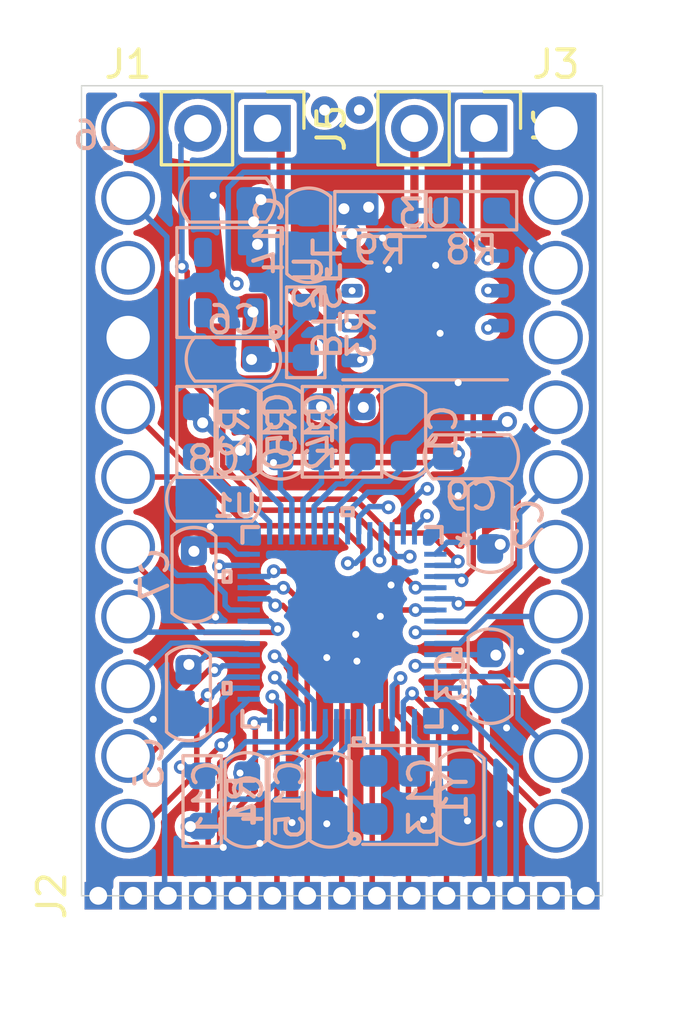
<source format=kicad_pcb>
(kicad_pcb (version 20211014) (generator pcbnew)
  (title_block (title "Raspberry Pi Pico Debugger Shoe") (date "2021-05-16") (rev "v02") (comment 2 "https://creativecommons.org/licenses/by/4.0/") (comment 3 "License: CC BY 4.0") (comment 4 "Author: Shawn Hymel"))
  (layers (0 "F.Cu" signal) (1 "In1.Cu" signal) (2 "In2.Cu" signal) (31 "B.Cu" signal) (34 "B.Paste" user) (35 "F.Paste" user) (36 "B.SilkS" user "B.Silkscreen") (37 "F.SilkS" user "F.Silkscreen") (38 "B.Mask" user) (39 "F.Mask" user) (44 "Edge.Cuts" user))
  (net 0 "")
  (net 1 "GND")
  (net 2 "+3V3")
  (net 3 "/VSYS")
  (net 4 "/USB_P")
  (net 5 "/USB_N")
  (net 6 "/GPIO29{slash}ADC3")
  (net 7 "/GPIO18")
  (net 8 "/GPIO17")
  (net 9 "/GPIO16")
  (net 10 "/GPIO15")
  (net 11 "/GPIO14")
  (net 12 "/GPIO28{slash}ADC2")
  (net 13 "/GPIO27{slash}ADC1")
  (net 14 "/GPIO26{slash}ADC0")
  (net 15 "/+1.1V")
  (net 16 "/XIN")
  (net 17 "/XOUT")
  (net 18 "/RUN")
  (net 19 "Net-(R3-Pad2)")
  (net 20 "Net-(R4-Pad2)")
  (net 21 "Net-(R5-Pad2)")
  (net 22 "/USB_BOOT")
  (net 23 "/QSPI_CS")
  (net 24 "/GPIO0{slash}I2C0_SDA")
  (net 25 "/GP_2{slash}I2C_1_SDA{slash}SPI_0_SCK")
  (net 26 "/GP_3{slash}I2C_1_SCL{slash}SPI_0_TX ")
  (net 27 "/GPIO1{slash}I2C0_SCL")
  (net 28 "/GP_4{slash}I2C_0_SDA{slash}SPI_0_RX")
  (net 29 "/GP_5{slash}I2C_0_SCL{slash}SPI_0_CS")
  (net 30 "/GP_6{slash}I2C_1_SDA{slash}SPI_0_SCK")
  (net 31 "/GP_7{slash}I2C_1_SCL{slash}SPI_0_TX")
  (net 32 "/GPIO8")
  (net 33 "/GPIO9")
  (net 34 "/GPIO10")
  (net 35 "/GPIO11")
  (net 36 "/GPIO12")
  (net 37 "/GPIO13")
  (net 38 "/SWCLK")
  (net 39 "/SWDIO")
  (net 40 "/GPIO19")
  (net 41 "/GPIO20")
  (net 42 "/GPIO21")
  (net 43 "/GPIO22")
  (net 44 "/GPIO23")
  (net 45 "/GPIO24")
  (net 46 "/GPIO25")
  (net 47 "/QSPI_SD3")
  (net 48 "/QSPI_SCK")
  (net 49 "/QSPI_SD0")
  (net 50 "/QSPI_SD2")
  (net 51 "/QSPI_SD1")
  (net 53 "/AVDD")
  (footprint "ec_parts:TestPinHeader_1x03_P1.27mm_Vertical" (layer "F.Cu") (at 100 71.135)
    (fp_text reference "J4" hide)
    (fp_text value "Conn_01x05" hide)
  )
  (footprint "Connector_PinHeader_2.54mm:PinHeader_1x02_P2.54mm_Vertical" (layer "F.Cu") (at 97.28 71.8 -90)
    (fp_text reference "J5")
    (fp_text value "Conn_01x02")
  )
  (footprint "ec_parts:PinHeader_1x12_P2.54mm_Vertical" (layer "F.Cu") (at 92.2 71.8)
    (fp_text reference "J1")
    (fp_text value "Conn_01x12")
  )
  (footprint "Connector_PinHeader_2.54mm:PinHeader_1x02_P2.54mm_Vertical" (layer "F.Cu") (at 105.18 71.8 -90)
    (fp_text reference "J6")
    (fp_text value "Conn_01x02")
  )
  (footprint "ec_parts:PinHeader_1x12_P2.54mm_Vertical" (layer "F.Cu") (at 107.8 71.8)
    (fp_text reference "J3")
    (fp_text value "Conn_01x12")
  )
  (footprint "ec_parts:PinHeader_1x15_P1.27mm_Vertical" (layer "F.Cu") (at 91.11 99.75 90)
    (fp_text reference "J2")
    (fp_text value "Conn_01x15")
  )
  (footprint "Capacitor_SMD_AKL:C_0603_1608Metric_Pad1.08x0.95mm" (layer "B.Cu") (at 97.75 82.853 90)
    (fp_text reference "C12")
    (fp_text value "1uF" hide)
  )
  (footprint "Resistor_SMD_AKL:R_0603_1608Metric_Pad0.98x0.95mm_HandSolder" (layer "B.Cu") (at 99.25 82.853 -90)
    (fp_text reference "R5")
    (fp_text value "27")
  )
  (footprint "Capacitor_SMD_AKL:C_0603_1608Metric_Pad1.08x0.95mm" (layer "B.Cu") (at 105.4 86.253 90)
    (fp_text reference "C2")
    (fp_text value "0.1uF" hide)
  )
  (footprint "Capacitor_SMD_AKL:C_0603_1608Metric_Pad1.08x0.95mm" (layer "B.Cu") (at 96.538 96.257 -90)
    (fp_text reference "C11")
    (fp_text value "0.1uF" hide)
  )
  (footprint "Capacitor_SMD_AKL:C_0603_1608Metric_Pad1.08x0.95mm" (layer "B.Cu") (at 95.324 85.31 180)
    (fp_text reference "C8")
    (fp_text value "0.1uF" hide)
  )
  (footprint "Capacitor_SMD_AKL:C_0603_1608Metric_Pad1.08x0.95mm" (layer "B.Cu") (at 96.038 80.208 180)
    (fp_text reference "C6")
    (fp_text value "1uF" hide)
  )
  (footprint "Capacitor_SMD_AKL:C_0603_1608Metric_Pad1.08x0.95mm" (layer "B.Cu") (at 96.25 82.853 90)
    (fp_text reference "C10")
    (fp_text value "1uF" hide)
  )
  (footprint "Resistor_SMD_AKL:R_0603_1608Metric_Pad0.98x0.95mm_HandSolder" (layer "B.Cu") (at 104.72 74.801)
    (fp_text reference "R8")
    (fp_text value "1K")
  )
  (footprint "Capacitor_SMD_AKL:C_0603_1608Metric_Pad1.08x0.95mm" (layer "B.Cu") (at 94.6 88.053 -90)
    (fp_text reference "C7")
    (fp_text value "0.1uF" hide)
  )
  (footprint "Resistor_SMD_AKL:R_0603_1608Metric_Pad0.98x0.95mm_HandSolder" (layer "B.Cu") (at 94.900001 96.299 90)
    (fp_text reference "R1")
    (fp_text value "10K")
  )
  (footprint "Capacitor_SMD_AKL:C_0603_1608Metric_Pad1.08x0.95mm" (layer "B.Cu") (at 104.714 83.764)
    (fp_text reference "C9")
    (fp_text value "0.1uF" hide)
  )
  (footprint "Capacitor_SMD_AKL:C_0603_1608Metric_Pad1.08x0.95mm" (layer "B.Cu") (at 94.4 92.382 -90)
    (fp_text reference "C5")
    (fp_text value "0.1uF" hide)
  )
  (footprint "Capacitor_SMD_AKL:C_0603_1608Metric_Pad1.08x0.95mm" (layer "B.Cu") (at 98.0365 96.257 -90)
    (fp_text reference "C4")
    (fp_text value "0.1uF" hide)
  )
  (footprint "Resistor_SMD_AKL:R_0603_1608Metric_Pad0.98x0.95mm_HandSolder" (layer "B.Cu") (at 94.673 82.853 90)
    (fp_text reference "R2")
    (fp_text value "400")
  )
  (footprint "Package_TO_SOT_SMD_AKL:SOT-23-5" (layer "B.Cu") (at 95.877 77.418 90)
    (fp_text reference "U2")
    (fp_text value "AP2112K-3.3" hide)
  )
  (footprint "Capacitor_SMD_AKL:C_0603_1608Metric_Pad1.08x0.95mm" (layer "B.Cu") (at 98.785706 75.696 -90)
    (fp_text reference "C14")
    (fp_text value "1uF" hide)
  )
  (footprint "Capacitor_SMD_AKL:C_0603_1608Metric_Pad1.08x0.95mm" (layer "B.Cu") (at 105.4 91.753 -90)
    (fp_text reference "C3")
    (fp_text value "0.1uF" hide)
  )
  (footprint "Capacitor_SMD_AKL:C_0603_1608Metric_Pad1.08x0.95mm" (layer "B.Cu") (at 102.25 82.853 90)
    (fp_text reference "C1")
    (fp_text value "0.1uF" hide)
  )
  (footprint "Capacitor_SMD_AKL:C_0603_1608Metric_Pad1.08x0.95mm" (layer "B.Cu") (at 104.379 96.157 -90)
    (fp_text reference "C13")
    (fp_text value "12pF" hide)
  )
  (footprint "Resistor_SMD_AKL:R_0603_1608Metric_Pad0.98x0.95mm_HandSolder" (layer "B.Cu") (at 100.75 82.853 -90)
    (fp_text reference "R4")
    (fp_text value "27")
  )
  (footprint "Capacitor_SMD_AKL:C_0603_1608Metric_Pad1.08x0.95mm" (layer "B.Cu") (at 95.824706 74.416 180)
    (fp_text reference "C16")
    (fp_text value "0.1uF" hide)
  )
  (footprint "Capacitor_SMD_AKL:C_0603_1608Metric_Pad1.08x0.95mm" (layer "B.Cu") (at 99.535 96.257 -90)
    (fp_text reference "C15")
    (fp_text value "12pF" hide)
  )
  (footprint "Crystal_AKL:Crystal_SMD_2520-4Pin_2.5x2.0mm" (layer "B.Cu") (at 101.856 96.076939 90)
    (fp_text reference "Y1")
    (fp_text value "XYDBPCNANF-12MHZ" hide)
  )
  (footprint "rp2040:RP2040" (layer "B.Cu") (at 100 89.953 180)
    (fp_text reference "U1")
    (fp_text value "RP2040" hide)
  )
  (footprint "Package_SON:WSON-8-1EP_6x5mm_P1.27mm_EP3.4x4mm" (layer "B.Cu") (at 103.029 78.35 180)
    (fp_text reference "U3")
    (fp_text value "W25Q64JV")
  )
  (footprint "Resistor_SMD_AKL:R_0603_1608Metric_Pad0.98x0.95mm_HandSolder" (layer "B.Cu") (at 101.388 74.801)
    (fp_text reference "R9")
    (fp_text value "10K")
  )
  (footprint "Resistor_SMD_AKL:R_0603_1608Metric_Pad0.98x0.95mm_HandSolder" (layer "B.Cu") (at 98.677706 79.2295 90)
    (fp_text reference "R3")
    (fp_text value "10K")
  )
  (gr_rect (start 90.5 70.25) (end 109.5 99.75) (layer "Edge.Cuts") (width 0.05) (fill none))
  (gr_text "BTSEL" (at 99.38 78.003 -90) (layer "B.SilkS") (effects (font (size 1 1)) (justify mirror)))
  (segment (start 104.0655 93.573) (end 104.062 93.573) (width 0.2) (layer "F.Cu") (net 1))
  (segment (start 105.6365 97.022) (end 105.7425 97.128) (width 0.2) (layer "F.Cu") (net 1))
  (segment (start 104.126 93.6335) (end 104.0655 93.573) (width 0.2) (layer "F.Cu") (net 1))
  (segment (start 100.543206 90.274248) (end 100.501378 90.23242) (width 0.2) (layer "F.Cu") (net 1))
  (segment (start 104.576 97.022) (end 105.6365 97.022) (width 0.2) (layer "F.Cu") (net 1))
  (segment (start 100.543206 91.206) (end 100.543206 90.274248) (width 0.2) (layer "F.Cu") (net 1))
  (via (at 103.414 76.791) (size 0.5) (drill 0.254) (layers "F.Cu" "B.Cu") (net 1))
  (via (at 99.444206 91.076) (size 0.5) (drill 0.254) (layers "F.Cu" "B.Cu") (net 1))
  (via (at 95.197969 86.305665) (size 0.5) (drill 0.254) (layers "F.Cu" "B.Cu") (net 1))
  (via (at 105.7425 97.128) (size 0.5) (drill 0.254) (layers "F.Cu" "B.Cu") (net 1))
  (via (at 104.2345 81.062) (size 0.5) (drill 0.254) (layers "F.Cu" "B.Cu") (net 1))
  (via (at 103.576444 79.265444) (size 0.5) (drill 0.254) (layers "F.Cu" "B.Cu") (net 1))
  (via (at 100.543206 91.206) (size 0.5) (drill 0.254) (layers "F.Cu" "B.Cu") (net 1))
  (via (at 95.387121 89.599154) (size 0.5) (drill 0.254) (layers "F.Cu" "B.Cu") (net 1))
  (via (at 101.481 75.797) (size 0.5) (drill 0.254) (layers "F.Cu" "B.Cu") (net 1))
  (via (at 101.699 76.937) (size 0.5) (drill 0.254) (layers "F.Cu" "B.Cu") (net 1))
  (via (at 104.576 97.022) (size 0.5) (drill 0.254) (layers "F.Cu" "B.Cu") (net 1))
  (via (at 99.444206 97.128) (size 0.5) (drill 0.254) (layers "F.Cu" "B.Cu") (net 1))
  (via (at 95.668511 97.988496) (size 0.5) (drill 0.254) (layers "F.Cu" "B.Cu") (net 1))
  (via (at 104.2345 85.174) (size 0.5) (drill 0.254) (layers "F.Cu" "B.Cu") (net 1))
  (via (at 98.17602 97.086) (size 0.5) (drill 0.254) (layers "F.Cu" "B.Cu") (net 1))
  (via (at 101.787556 88.432444) (size 0.5) (drill 0.254) (layers "F.Cu" "B.Cu") (net 1))
  (via (at 100.501378 90.23242) (size 0.5) (drill 0.254) (layers "F.Cu" "B.Cu") (net 1))
  (via (at 101.396598 89.573402) (size 0.5) (drill 0.254) (layers "F.Cu" "B.Cu") (net 1))
  (via (at 106.516 90.851) (size 0.5) (drill 0.254) (layers "F.Cu" "B.Cu") (net 1))
  (via (at 106.000576 93.635682) (size 0.5) (drill 0.254) (layers "F.Cu" "B.Cu") (net 1))
  (via (at 97.003 97.841) (size 0.5) (drill 0.254) (layers "F.Cu" "B.Cu") (net 1))
  (via (at 95.300686 74.245) (size 0.5) (drill 0.254) (layers "F.Cu" "B.Cu") (net 1))
  (via (at 96.371 82.113) (size 0.5) (drill 0.254) (layers "F.Cu" "B.Cu") (net 1))
  (via (at 102.9715 96.975) (size 0.5) (drill 0.254) (layers "F.Cu" "B.Cu") (net 1))
  (via (at 93.1165 93.324) (size 0.5) (drill 0.254) (layers "F.Cu" "B.Cu") (net 1))
  (via (at 104.126 93.6335) (size 0.5) (drill 0.254) (layers "F.Cu" "B.Cu") (net 1))
  (segment (start 105.0415 80.255) (end 104.2345 81.062) (width 0.2) (layer "B.Cu") (net 1))
  (segment (start 97.003 97.841) (end 96.538 97.376) (width 0.2) (layer "B.Cu") (net 1))
  (segment (start 105.4 93.035106) (end 106.000576 93.635682) (width 0.2) (layer "B.Cu") (net 1))
  (segment (start 105.6915 80.255) (end 105.0415 80.255) (width 0.2) (layer "B.Cu") (net 1))
  (segment (start 93.296 93.1445) (end 93.1165 93.324) (width 0.2) (layer "B.Cu") (net 1))
  (segment (start 102.25 81.9905) (end 102.25 79.967924) (width 0.2) (layer "B.Cu") (net 1))
  (segment (start 94.703467 88.9155) (end 95.387121 89.599154) (width 0.2) (layer "B.Cu") (net 1))
  (segment (start 101.016 93.3566) (end 101.016 90.969) (width 0.2) (layer "B.Cu") (net 1))
  (segment (start 94.4 93.1445) (end 93.296 93.1445) (width 0.2) (layer "B.Cu") (net 1))
  (segment (start 94.4615 85.569196) (end 95.197969 86.305665) (width 0.2) (layer "B.Cu") (net 1))
  (segment (start 105.4 85.3905) (end 104.451 85.3905) (width 0.2) (layer "B.Cu") (net 1))
  (segment (start 100.267 89.953) (end 101.787556 88.432444) (width 0.2) (layer "B.Cu") (net 1))
  (segment (start 95.668511 97.988496) (end 96.537507 97.1195) (width 0.2) (layer "B.Cu") (net 1))
  (segment (start 104.806519 85.3905) (end 105.4 85.3905) (width 0.2) (layer "B.Cu") (net 1))
  (segment (start 104.696019 85.28) (end 104.806519 85.3905) (width 0.2) (layer "B.Cu") (net 1))
  (segment (start 104.451 85.3905) (end 104.2345 85.174) (width 0.2) (layer "B.Cu") (net 1))
  (segment (start 102.948439 96.951939) (end 102.9715 96.975) (width 0.2) (layer "B.Cu") (net 1))
  (via (at 100.069 74.729) (size 0.7) (drill 0.4) (layers "F.Cu" "B.Cu") (net 2))
  (via (at 94.600011 87.204) (size 0.7) (drill 0.4) (layers "F.Cu" "B.Cu") (net 2))
  (via (at 100.971 74.672) (size 0.7) (drill 0.4) (layers "F.Cu" "B.Cu") (net 2))
  (via (at 94.91725 82.527545) (size 0.7) (drill 0.4) (layers "F.Cu" "B.Cu") (net 2))
  (via (at 97.041 74.398) (size 0.7) (drill 0.4) (layers "F.Cu" "B.Cu") (net 2))
  (via (at 105.611 90.986) (size 0.7) (drill 0.4) (layers "F.Cu" "B.Cu") (net 2))
  (via (at 96.918 76.027) (size 0.7) (drill 0.4) (layers "F.Cu" "B.Cu") (net 2))
  (via (at 94.4685 97.229) (size 0.7) (drill 0.4) (layers "F.Cu" "B.Cu") (net 2))
  (via (at 96.298936 83.532) (size 0.7) (drill 0.4) (layers "F.Cu" "B.Cu") (net 2))
  (via (at 106.028 82.481) (size 0.7) (drill 0.4) (layers "F.Cu" "B.Cu") (net 2))
  (via (at 96.777 75.207) (size 0.7) (drill 0.4) (layers "F.Cu" "B.Cu") (net 2))
  (via (at 105.7695 86.952) (size 0.7) (drill 0.4) (layers "F.Cu" "B.Cu") (net 2))
  (via (at 100.356 75.64) (size 0.7) (drill 0.4) (layers "F.Cu" "B.Cu") (net 2))
  (via (at 94.4155 91.328) (size 0.7) (drill 0.4) (layers "F.Cu" "B.Cu") (net 2))
  (segment (start 94.673 82.1385) (end 96.25 83.7155) (width 0.4) (layer "B.Cu") (net 2))
  (segment (start 94.833341 86.979) (end 95.828454 86.979) (width 0.2) (layer "B.Cu") (net 2))
  (segment (start 95.159664 90.951011) (end 96.188 90.951011) (width 0.2) (layer "B.Cu") (net 2))
  (segment (start 96.160854 87.3114) (end 96.5964 87.3114) (width 0.2) (layer "B.Cu") (net 2))
  (segment (start 95.3455 97.257151) (end 94.945652 97.257151) (width 0.4) (layer "B.Cu") (net 2))
  (segment (start 96.99794 96.23152) (end 95.79352 96.23152) (width 0.2) (layer "B.Cu") (net 2))
  (segment (start 94.486 97.2115) (end 94.4685 97.229) (width 0.4) (layer "B.Cu") (net 2))
  (segment (start 95.07114 90.94836) (end 95.157013 90.94836) (width 0.2) (layer "B.Cu") (net 2))
  (segment (start 99.7968 93.3566) (end 99.7968 94.082922) (width 0.2) (layer "B.Cu") (net 2))
  (segment (start 103.4036 90.969) (end 105.005 90.969) (width 0.2) (layer "B.Cu") (net 2))
  (segment (start 102.25 83.666) (end 102.866 83.05) (width 0.4) (layer "B.Cu") (net 2))
  (segment (start 102.866 83.05) (end 103.207 82.709) (width 0.4) (layer "B.Cu") (net 2))
  (segment (start 106.028 82.481) (end 105.877 82.632) (width 0.4) (layer "B.Cu") (net 2))
  (segment (start 103.284 82.632) (end 102.866 83.05) (width 0.4) (layer "B.Cu") (net 2))
  (segment (start 99.3904 85.7626) (end 99.492498 85.660502) (width 0.2) (layer "B.Cu") (net 2))
  (segment (start 99.7968 86.5494) (end 99.7968 85.660502) (width 0.2) (layer "B.Cu") (net 2))
  (segment (start 94.673 82.283295) (end 94.91725 82.527545) (width 0.4) (layer "B.Cu") (net 2))
  (segment (start 96.25 84.02) (end 97.7648 85.5348) (width 0.2) (layer "B.Cu") (net 2))
  (segment (start 94.673 81.9405) (end 94.673 82.283295) (width 0.4) (layer "B.Cu") (net 2))
  (segment (start 97.7648 85.5348) (end 97.7648 86.5494) (width 0.2) (layer "B.Cu") (net 2))
  (segment (start 99.352722 94.527) (end 98.70246 94.527) (width 0.2) (layer "B.Cu") (net 2))
  (segment (start 95.157013 90.94836) (end 95.159664 90.951011) (width 0.2) (layer "B.Cu") (net 2))
  (segment (start 99.7968 94.082922) (end 99.352722 94.527) (width 0.2) (layer "B.Cu") (net 2))
  (segment (start 95.79352 96.23152) (end 95.3455 96.67954) (width 0.2) (layer "B.Cu") (net 2))
  (segment (start 94.6 91.4195) (end 95.07114 90.94836) (width 0.2) (layer "B.Cu") (net 2))
  (segment (start 95.828454 86.979) (end 96.160854 87.3114) (width 0.2) (layer "B.Cu") (net 2))
  (segment (start 99.492498 85.660502) (end 99.7968 85.660502) (width 0.2) (layer "B.Cu") (net 2))
  (segment (start 94.900001 97.2115) (end 94.486 97.2115) (width 0.4) (layer "B.Cu") (net 2))
  (segment (start 105.005 90.969) (end 105.271 90.703) (width 0.2) (layer "B.Cu") (net 2))
  (segment (start 101.7 84.653) (end 102.25 84.103) (width 0.2) (layer "B.Cu") (net 2))
  (segment (start 103.207 82.709) (end 103.218 82.698) (width 0.2) (layer "B.Cu") (net 2))
  (segment (start 103.4036 87.3114) (end 103.838 86.877) (width 0.2) (layer "B.Cu") (net 2))
  (segment (start 98.70246 94.527) (end 96.99794 96.23152) (width 0.2) (layer "B.Cu") (net 2))
  (segment (start 100.775 84.653) (end 101.7 84.653) (width 0.2) (layer "B.Cu") (net 2))
  (segment (start 100.358 76.4365) (end 100.358 74.9185) (width 0.4) (layer "B.Cu") (net 2))
  (segment (start 105.877 82.632) (end 103.284 82.632) (width 0.4) (layer "B.Cu") (net 2))
  (segment (start 99.3904 86.5494) (end 99.3904 85.7626) (width 0.2) (layer "B.Cu") (net 2))
  (segment (start 103.838 86.877) (end 105.1615 86.877) (width 0.2) (layer "B.Cu") (net 2))
  (segment (start 99.7968 85.660502) (end 99.7968 85.6312) (width 0.2) (layer "B.Cu") (net 2))
  (segment (start 95.3455 96.67954) (end 95.3455 97.257151) (width 0.2) (layer "B.Cu") (net 2))
  (segment (start 99.7968 85.6312) (end 100.775 84.653) (width 0.2) (layer "B.Cu") (net 2))
  (segment (start 96.827001 80.113001) (end 96.722002 80.218) (width 0.4) (layer "F.Cu") (net 3))
  (segment (start 96.722002 80.218) (end 96.7 80.218) (width 0.4) (layer "F.Cu") (net 3))
  (via (at 96.7 80.218) (size 0.7) (drill 0.4) (layers "F.Cu" "B.Cu") (net 3))
  (via (at 96.7515 78.492) (size 0.7) (drill 0.4) (layers "F.Cu" "B.Cu") (net 3))
  (segment (start 98.677706 80.142) (end 96.9095 80.142) (width 0.4) (layer "B.Cu") (net 3))
  (segment (start 100.776989 81.488684) (end 102.64 79.625672) (width 0.3) (layer "F.Cu") (net 4))
  (segment (start 102.64 79.625672) (end 102.64 71.8) (width 0.3) (layer "F.Cu") (net 4))
  (segment (start 100.776989 81.963) (end 100.776989 81.488684) (width 0.3) (layer "F.Cu") (net 4))
  (via (at 100.776989 81.963) (size 0.7) (drill 0.4) (layers "F.Cu" "B.Cu") (net 4))
  (segment (start 99.25 81.9405) (end 99.456511 81.733989) (width 0.3) (layer "F.Cu") (net 5))
  (segment (start 99.456511 81.733989) (end 99.456511 78.966511) (width 0.3) (layer "F.Cu") (net 5))
  (segment (start 99.456511 78.966511) (end 97.762 77.272) (width 0.3) (layer "F.Cu") (net 5))
  (segment (start 97.762 77.272) (end 97.762 72.282) (width 0.3) (layer "F.Cu") (net 5))
  (via (at 99.25 81.9405) (size 0.7) (drill 0.4) (layers "F.Cu" "B.Cu") (net 5))
  (via (at 96.162 77.46) (size 0.5) (drill 0.254) (layers "F.Cu" "B.Cu") (net 6))
  (via (at 95.510716 87.752145) (size 0.5) (drill 0.254) (layers "F.Cu" "B.Cu") (net 6))
  (segment (start 95.545061 87.7178) (end 96.5964 87.7178) (width 0.2) (layer "B.Cu") (net 6))
  (segment (start 95.850186 77.148186) (end 95.850186 73.95606) (width 0.2) (layer "B.Cu") (net 6))
  (segment (start 95.850186 73.95606) (end 96.403246 73.403) (width 0.2) (layer "B.Cu") (net 6))
  (segment (start 96.162 77.46) (end 95.850186 77.148186) (width 0.2) (layer "B.Cu") (net 6))
  (segment (start 96.403246 73.403) (end 106.863 73.403) (width 0.2) (layer "B.Cu") (net 6))
  (segment (start 106.863 73.403) (end 107.8 74.34) (width 0.2) (layer "B.Cu") (net 6))
  (segment (start 95.510716 87.752145) (end 95.545061 87.7178) (width 0.2) (layer "B.Cu") (net 6))
  (segment (start 95.118 94.736874) (end 95.594437 94.260437) (width 0.2) (layer "F.Cu") (net 7))
  (segment (start 95.118 99.55) (end 95.118 94.736874) (width 0.2) (layer "F.Cu") (net 7))
  (via (at 95.594437 94.260437) (size 0.5) (drill 0.254) (layers "F.Cu" "B.Cu") (net 7))
  (segment (start 95.594437 94.260437) (end 96.026 93.828874) (width 0.2) (layer "B.Cu") (net 7))
  (segment (start 96.026 93.165) (end 96.5964 92.5946) (width 0.2) (layer "B.Cu") (net 7))
  (segment (start 96.026 93.828874) (end 96.026 93.165) (width 0.2) (layer "B.Cu") (net 7))
  (segment (start 96.83802 93.50252) (end 96.83802 95.92598) (width 0.2) (layer "F.Cu") (net 8))
  (segment (start 96.7965 93.461) (end 96.83802 93.50252) (width 0.2) (layer "F.Cu") (net 8))
  (segment (start 96.83802 95.92598) (end 96.218011 96.545989) (width 0.2) (layer "F.Cu") (net 8))
  (segment (start 96.218011 96.545989) (end 96.218011 99.221989) (width 0.2) (layer "F.Cu") (net 8))
  (via (at 96.7965 93.461) (size 0.5) (drill 0.254) (layers "F.Cu" "B.Cu") (net 8))
  (segment (start 97.3584 93.3566) (end 97.031516 93.3566) (width 0.2) (layer "B.Cu") (net 8))
  (segment (start 97.031516 93.3566) (end 96.8005 93.587616) (width 0.2) (layer "B.Cu") (net 8))
  (segment (start 97.62652 92.666414) (end 97.4562 92.496094) (width 0.2) (layer "F.Cu") (net 9))
  (segment (start 97.62652 99.48852) (end 97.62652 92.666414) (width 0.2) (layer "F.Cu") (net 9))
  (via (at 97.4562 92.496094) (size 0.5) (drill 0.254) (layers "F.Cu" "B.Cu") (net 9))
  (segment (start 97.4562 92.496094) (end 97.7648 92.804694) (width 0.2) (layer "B.Cu") (net 9))
  (segment (start 97.7648 92.804694) (end 97.7648 93.3566) (width 0.2) (layer "B.Cu") (net 9))
  (segment (start 102.132819 91.819358) (end 102.001369 91.950808) (width 0.2) (layer "F.Cu") (net 11))
  (segment (start 102.001369 93.164375) (end 102.422 93.585006) (width 0.2) (layer "F.Cu") (net 11))
  (segment (start 102.001369 91.950808) (end 102.001369 93.164375) (width 0.2) (layer "F.Cu") (net 11))
  (segment (start 102.422 93.585006) (end 102.422 99.382) (width 0.2) (layer "F.Cu") (net 11))
  (via (at 102.132819 91.819358) (size 0.5) (drill 0.254) (layers "F.Cu" "B.Cu") (net 11))
  (segment (start 101.8288 92.6678) (end 101.8288 93.3566) (width 0.2) (layer "B.Cu") (net 11))
  (segment (start 101.8288 92.320728) (end 101.8288 92.6678) (width 0.2) (layer "B.Cu") (net 11))
  (segment (start 102.132819 91.819358) (end 101.8288 92.123377) (width 0.2) (layer "B.Cu") (net 11))
  (segment (start 101.8288 92.123377) (end 101.8288 92.6678) (width 0.2) (layer "B.Cu") (net 11))
  (segment (start 101.834374 92.315154) (end 101.8288 92.320728) (width 0.2) (layer "B.Cu") (net 11))
  (segment (start 98.975028 87.928943) (end 97.509814 87.928943) (width 0.2) (layer "F.Cu") (net 12))
  (segment (start 101.101 99.831) (end 101.101 90.054915) (width 0.2) (layer "F.Cu") (net 12))
  (segment (start 98.975028 87.928943) (end 101.101 90.054915) (width 0.2) (layer "F.Cu") (net 12))
  (via (at 97.509814 87.928943) (size 0.5) (drill 0.254) (layers "F.Cu" "B.Cu") (net 12))
  (segment (start 97.314557 88.1242) (end 96.5964 88.1242) (width 0.2) (layer "B.Cu") (net 12))
  (segment (start 97.509814 87.928943) (end 97.314557 88.1242) (width 0.2) (layer "B.Cu") (net 12))
  (segment (start 99.993706 98.668706) (end 99.993706 99.243706) (width 0.2) (layer "F.Cu") (net 13))
  (segment (start 99.993706 90.533706) (end 99.993706 98.668706) (width 0.2) (layer "F.Cu") (net 13))
  (segment (start 97.859559 88.534733) (end 97.994733 88.534733) (width 0.2) (layer "F.Cu") (net 13))
  (segment (start 99.993706 98.668706) (end 99.993706 99.493706) (width 0.2) (layer "F.Cu") (net 13))
  (segment (start 97.994733 88.534733) (end 99.993706 90.533706) (width 0.2) (layer "F.Cu") (net 13))
  (via (at 97.859559 88.534733) (size 0.5) (drill 0.254) (layers "F.Cu" "B.Cu") (net 13))
  (segment (start 97.855426 88.5306) (end 96.5964 88.5306) (width 0.2) (layer "B.Cu") (net 13))
  (segment (start 97.859559 88.534733) (end 97.855426 88.5306) (width 0.2) (layer "B.Cu") (net 13))
  (segment (start 97.835475 89.173475) (end 98.73 90.068) (width 0.2) (layer "F.Cu") (net 14))
  (segment (start 98.73 90.068) (end 98.73 99.62548) (width 0.2) (layer "F.Cu") (net 14))
  (segment (start 97.5653 89.173475) (end 97.835475 89.173475) (width 0.2) (layer "F.Cu") (net 14))
  (via (at 97.5653 89.173475) (size 0.5) (drill 0.254) (layers "F.Cu" "B.Cu") (net 14))
  (segment (start 97.328825 88.937) (end 97.5653 89.173475) (width 0.2) (layer "B.Cu") (net 14))
  (segment (start 96.5964 88.937) (end 97.328825 88.937) (width 0.2) (layer "B.Cu") (net 14))
  (segment (start 103.9135 83.975) (end 97.5 83.975) (width 0.2) (layer "F.Cu") (net 15))
  (segment (start 104.2345 83.654) (end 103.9135 83.975) (width 0.2) (layer "F.Cu") (net 15))
  (via (at 97.5 83.975) (size 0.5) (drill 0.254) (layers "F.Cu" "B.Cu") (net 15))
  (via (at 104.2345 83.654) (size 0.5) (drill 0.254) (layers "F.Cu" "B.Cu") (net 15))
  (via (at 96.279 95.28) (size 0.5) (drill 0.254) (layers "F.Cu" "B.Cu") (net 15))
  (segment (start 97.75 84.926) (end 98.1712 85.3472) (width 0.2) (layer "B.Cu") (net 15))
  (segment (start 98.536973 94.127481) (end 98.124453 94.540001) (width 0.2) (layer "B.Cu") (net 15))
  (segment (start 99.3904 93.3566) (end 99.3904 93.924316) (width 0.2) (layer "B.Cu") (net 15))
  (segment (start 100.2032 85.789806) (end 100.2032 86.5494) (width 0.2) (layer "B.Cu") (net 15))
  (segment (start 102.20994 85.05252) (end 100.940486 85.05252) (width 0.2) (layer "B.Cu") (net 15))
  (segment (start 98.1712 85.3472) (end 98.1712 86.5494) (width 0.2) (layer "B.Cu") (net 15))
  (segment (start 96.992499 94.540001) (end 96.538 94.9945) (width 0.2) (layer "B.Cu") (net 15))
  (segment (start 103.54696 83.7155) (end 102.20994 85.05252) (width 0.2) (layer "B.Cu") (net 15))
  (segment (start 99.187236 94.12748) (end 98.536973 94.127481) (width 0.2) (layer "B.Cu") (net 15))
  (segment (start 99.3904 93.924316) (end 99.187236 94.12748) (width 0.2) (layer "B.Cu") (net 15))
  (segment (start 100.940486 85.05252) (end 100.2032 85.789806) (width 0.2) (layer "B.Cu") (net 15))
  (segment (start 98.124453 94.540001) (end 96.992499 94.540001) (width 0.2) (layer "B.Cu") (net 15))
  (segment (start 97.75 83.3155) (end 97.75 84.926) (width 0.2) (layer "B.Cu") (net 15))
  (segment (start 100.6096 94.044522) (end 100.892497 94.327419) (width 0.2) (layer "B.Cu") (net 16))
  (segment (start 100.892497 94.327419) (end 101.68148 94.327419) (width 0.2) (layer "B.Cu") (net 16))
  (segment (start 102.556 95.116) (end 104.459 95.116) (width 0.2) (layer "B.Cu") (net 16))
  (segment (start 100.6096 93.3566) (end 100.6096 94.044522) (width 0.2) (layer "B.Cu") (net 16))
  (segment (start 101.68148 94.327419) (end 102.556 95.201939) (width 0.2) (layer "B.Cu") (net 16))
  (segment (start 101.0295 96.866) (end 99.565 95.4015) (width 0.2) (layer "B.Cu") (net 17))
  (segment (start 99.535 95.3945) (end 99.535 94.94) (width 0.2) (layer "B.Cu") (net 17))
  (segment (start 99.535 94.94) (end 100.2032 94.2718) (width 0.2) (layer "B.Cu") (net 17))
  (segment (start 100.2032 94.2718) (end 100.2032 93.3566) (width 0.2) (layer "B.Cu") (net 17))
  (via (at 94.118608 95.063489) (size 0.5) (drill 0.254) (layers "F.Cu" "B.Cu") (net 18))
  (segment (start 98.1712 93.3566) (end 98.1712 93.9138) (width 0.2) (layer "B.Cu") (net 18))
  (segment (start 97.944519 94.140481) (end 96.491548 94.140482) (width 0.2) (layer "B.Cu") (net 18))
  (segment (start 94.118608 95.063489) (end 94.57699 95.063489) (width 0.2) (layer "B.Cu") (net 18))
  (segment (start 96.491548 94.140482) (end 95.34553 95.2865) (width 0.2) (layer "B.Cu") (net 18))
  (segment (start 98.1712 93.9138) (end 97.944519 94.140481) (width 0.2) (layer "B.Cu") (net 18))
  (segment (start 95.34553 95.2865) (end 94.9205 95.2865) (width 0.2) (layer "B.Cu") (net 18))
  (segment (start 94.900001 95.3865) (end 94.5115 95.3865) (width 0.2) (layer "B.Cu") (net 18))
  (segment (start 94.5115 95.3865) (end 94.153556 95.028556) (width 0.4) (layer "B.Cu") (net 18))
  (segment (start 97.92452 79.41348) (end 98.677706 78.660294) (width 0.2) (layer "B.Cu") (net 19))
  (segment (start 94.927 78.751394) (end 95.589086 79.41348) (width 0.2) (layer "B.Cu") (net 19))
  (segment (start 95.589086 79.41348) (end 97.92452 79.41348) (width 0.2) (layer "B.Cu") (net 19))
  (segment (start 98.984 85.569) (end 98.984 86.5494) (width 0.2) (layer "B.Cu") (net 20))
  (segment (start 99.8 84.753) (end 98.984 85.569) (width 0.2) (layer "B.Cu") (net 20))
  (segment (start 100.1 84.753) (end 99.8 84.753) (width 0.2) (layer "B.Cu") (net 20))
  (segment (start 100.75 84.103) (end 100.1 84.753) (width 0.2) (layer "B.Cu") (net 20))
  (segment (start 99.25 84.703) (end 98.5776 85.3754) (width 0.2) (layer "B.Cu") (net 21))
  (segment (start 99.25 83.3655) (end 99.25 84.703) (width 0.2) (layer "B.Cu") (net 21))
  (segment (start 98.5776 85.3754) (end 98.5776 86.5494) (width 0.2) (layer "B.Cu") (net 21))
  (segment (start 105.721 74.801) (end 107.8 76.88) (width 0.4) (layer "B.Cu") (net 22))
  (via (at 105.3233 76.543) (size 0.5) (drill 0.254) (layers "F.Cu" "B.Cu") (net 23))
  (via (at 103.099 85.915) (size 0.5) (drill 0.254) (layers "F.Cu" "B.Cu") (net 23))
  (segment (start 102.6416 86.5494) (end 102.6416 86.3724) (width 0.2) (layer "B.Cu") (net 23))
  (segment (start 102.6416 86.3724) (end 103.099 85.915) (width 0.2) (layer "B.Cu") (net 23))
  (segment (start 103.8075 74.8235) (end 105.499 76.515) (width 0.2) (layer "B.Cu") (net 23))
  (segment (start 102.3005 74.801) (end 103.8075 74.801) (width 0.2) (layer "B.Cu") (net 23))
  (segment (start 105.3233 76.543) (end 105.5935 76.543) (width 0.2) (layer "B.Cu") (net 23))
  (segment (start 96.862486 85.30848) (end 95.649436 84.09543) (width 0.2) (layer "F.Cu") (net 24))
  (segment (start 95.649436 82.168564) (end 94.353 80.872127) (width 0.2) (layer "F.Cu") (net 24))
  (segment (start 104.224289 87.5747) (end 103.190589 86.541) (width 0.2) (layer "F.Cu") (net 24))
  (segment (start 94.353 80.872127) (end 94.353 77.024306) (width 0.2) (layer "F.Cu") (net 24))
  (segment (start 94.353 77.024306) (end 94.1615 76.832806) (width 0.2) (layer "F.Cu") (net 24))
  (segment (start 95.649436 84.09543) (end 95.649436 82.168564) (width 0.2) (layer "F.Cu") (net 24))
  (segment (start 100.492486 85.30848) (end 96.862486 85.30848) (width 0.2) (layer "F.Cu") (net 24))
  (segment (start 103.190589 86.541) (end 101.725006 86.541) (width 0.2) (layer "F.Cu") (net 24))
  (segment (start 101.725006 86.541) (end 100.492486 85.30848) (width 0.2) (layer "F.Cu") (net 24))
  (via (at 94.1615 76.832806) (size 0.5) (drill 0.254) (layers "F.Cu" "B.Cu") (net 24))
  (via (at 104.224289 87.5747) (size 0.5) (drill 0.254) (layers "F.Cu" "B.Cu") (net 24))
  (segment (start 104.224289 87.5747) (end 104.081189 87.7178) (width 0.2) (layer "B.Cu") (net 24))
  (segment (start 94.125186 72.414814) (end 94.74 71.8) (width 0.2) (layer "B.Cu") (net 24))
  (segment (start 104.081189 87.7178) (end 103.4036 87.7178) (width 0.2) (layer "B.Cu") (net 24))
  (segment (start 94.1615 74.912254) (end 94.125186 74.87594) (width 0.2) (layer "B.Cu") (net 24))
  (segment (start 94.1615 76.832806) (end 94.1615 74.912254) (width 0.2) (layer "B.Cu") (net 24))
  (segment (start 94.125186 74.87594) (end 94.125186 72.414814) (width 0.2) (layer "B.Cu") (net 24))
  (segment (start 101.919825 87.771416) (end 102.679009 88.5306) (width 0.2) (layer "F.Cu") (net 25))
  (segment (start 95.08948 84.10048) (end 96.697 85.708) (width 0.2) (layer "F.Cu") (net 25))
  (segment (start 101.919825 87.300825) (end 101.919825 87.771416) (width 0.2) (layer "F.Cu") (net 25))
  (segment (start 94.34048 84.10048) (end 95.08948 84.10048) (width 0.2) (layer "F.Cu") (net 25))
  (segment (start 100.327 85.708) (end 101.919825 87.300825) (width 0.2) (layer "F.Cu") (net 25))
  (segment (start 96.697 85.708) (end 100.327 85.708) (width 0.2) (layer "F.Cu") (net 25))
  (segment (start 92.2 81.96) (end 94.34048 84.10048) (width 0.2) (layer "F.Cu") (net 25))
  (via (at 102.679009 88.5306) (size 0.5) (drill 0.254) (layers "F.Cu" "B.Cu") (net 25))
  (segment (start 103.4036 88.5306) (end 102.679009 88.5306) (width 0.2) (layer "B.Cu") (net 25))
  (segment (start 104.877 89.113) (end 106.419 87.571) (width 0.2) (layer "F.Cu") (net 26))
  (segment (start 106.419 87.571) (end 106.419 83.341) (width 0.2) (layer "F.Cu") (net 26))
  (segment (start 104.245 89.113) (end 104.877 89.113) (width 0.2) (layer "F.Cu") (net 26))
  (segment (start 106.419 83.341) (end 107.8 81.96) (width 0.2) (layer "F.Cu") (net 26))
  (via (at 104.245 89.113) (size 0.5) (drill 0.254) (layers "F.Cu" "B.Cu") (net 26))
  (segment (start 104.069 88.937) (end 104.245 89.113) (width 0.2) (layer "B.Cu") (net 26))
  (segment (start 103.4036 88.937) (end 104.069 88.937) (width 0.2) (layer "B.Cu") (net 26))
  (segment (start 104.784 80.28) (end 104.731 80.227) (width 0.2) (layer "F.Cu") (net 27))
  (segment (start 104.361971 88.260519) (end 104.784 87.83849) (width 0.2) (layer "F.Cu") (net 27))
  (segment (start 104.784 87.83849) (end 104.784 80.28) (width 0.2) (layer "F.Cu") (net 27))
  (segment (start 104.731 80.227) (end 104.731 72.249) (width 0.2) (layer "F.Cu") (net 27))
  (via (at 104.361971 88.260519) (size 0.5) (drill 0.254) (layers "F.Cu" "B.Cu") (net 27))
  (segment (start 104.361971 88.260519) (end 104.225652 88.1242) (width 0.2) (layer "B.Cu") (net 27))
  (segment (start 104.225652 88.1242) (end 103.4036 88.1242) (width 0.2) (layer "B.Cu") (net 27))
  (segment (start 99.936064 86.274064) (end 100.759616 87.097616) (width 0.2) (layer "F.Cu") (net 28))
  (segment (start 100.759616 87.097616) (end 100.759616 88.181616) (width 0.2) (layer "F.Cu") (net 28))
  (segment (start 94.763 84.5) (end 96.537064 86.274064) (width 0.2) (layer "F.Cu") (net 28))
  (segment (start 100.759616 88.181616) (end 101.601891 89.023891) (width 0.2) (layer "F.Cu") (net 28))
  (segment (start 96.537064 86.274064) (end 99.936064 86.274064) (width 0.2) (layer "F.Cu") (net 28))
  (segment (start 101.601891 89.023891) (end 101.624214 89.023891) (width 0.2) (layer "F.Cu") (net 28))
  (segment (start 92.2 84.5) (end 94.763 84.5) (width 0.2) (layer "F.Cu") (net 28))
  (segment (start 101.624214 89.023891) (end 101.943723 89.3434) (width 0.2) (layer "F.Cu") (net 28))
  (segment (start 101.943723 89.3434) (end 102.679009 89.3434) (width 0.2) (layer "F.Cu") (net 28))
  (via (at 102.679009 89.3434) (size 0.5) (drill 0.254) (layers "F.Cu" "B.Cu") (net 28))
  (segment (start 103.4036 89.3434) (end 102.679009 89.3434) (width 0.2) (layer "B.Cu") (net 28))
  (segment (start 107.8 84.5) (end 106.477 85.823) (width 0.2) (layer "B.Cu") (net 29))
  (segment (start 106.477 85.823) (end 106.477 87.785) (width 0.2) (layer "B.Cu") (net 29))
  (segment (start 104.5122 89.7498) (end 106.477 87.785) (width 0.2) (layer "B.Cu") (net 29))
  (segment (start 103.4036 89.7498) (end 104.5122 89.7498) (width 0.2) (layer "B.Cu") (net 29))
  (segment (start 102.679009 90.1562) (end 104.6838 90.1562) (width 0.2) (layer "F.Cu") (net 30))
  (segment (start 104.6838 90.1562) (end 107.8 87.04) (width 0.2) (layer "F.Cu") (net 30))
  (via (at 102.679009 90.1562) (size 0.5) (drill 0.254) (layers "F.Cu" "B.Cu") (net 30))
  (segment (start 103.4036 90.1562) (end 102.679009 90.1562) (width 0.2) (layer "B.Cu") (net 30))
  (segment (start 104.2864 90.5626) (end 105.269 89.58) (width 0.2) (layer "B.Cu") (net 31))
  (segment (start 105.269 89.58) (end 107.8 89.58) (width 0.2) (layer "B.Cu") (net 31))
  (segment (start 103.4036 90.5626) (end 104.2864 90.5626) (width 0.2) (layer "B.Cu") (net 31))
  (segment (start 105.312 92.12) (end 107.8 92.12) (width 0.2) (layer "F.Cu") (net 32))
  (segment (start 104.567402 91.375402) (end 105.312 92.12) (width 0.2) (layer "F.Cu") (net 32))
  (segment (start 102.673381 91.375402) (end 104.567402 91.375402) (width 0.2) (layer "F.Cu") (net 32))
  (via (at 102.673381 91.375402) (size 0.5) (drill 0.254) (layers "F.Cu" "B.Cu") (net 32))
  (segment (start 102.673383 91.3754) (end 103.4036 91.3754) (width 0.2) (layer "B.Cu") (net 32))
  (segment (start 102.673381 91.375402) (end 102.673383 91.3754) (width 0.2) (layer "B.Cu") (net 32))
  (segment (start 104.0266 91.767) (end 105.754 91.767) (width 0.2) (layer "B.Cu") (net 33))
  (segment (start 105.754 91.767) (end 105.84846 91.767) (width 0.2) (layer "B.Cu") (net 33))
  (segment (start 103.4036 91.7818) (end 104.0118 91.7818) (width 0.2) (layer "B.Cu") (net 33))
  (segment (start 106.41602 93.27602) (end 107.8 94.66) (width 0.2) (layer "B.Cu") (net 33))
  (segment (start 105.84846 91.767) (end 106.41602 92.33456) (width 0.2) (layer "B.Cu") (net 33))
  (segment (start 106.41602 92.33456) (end 106.41602 93.27602) (width 0.2) (layer "B.Cu") (net 33))
  (segment (start 104.0118 91.7818) (end 104.0266 91.767) (width 0.2) (layer "B.Cu") (net 33))
  (segment (start 105.073 92.966) (end 105.073 94.473) (width 0.2) (layer "F.Cu") (net 34))
  (segment (start 104.4715 92.3645) (end 105.073 92.966) (width 0.2) (layer "F.Cu") (net 34))
  (segment (start 105.073 94.473) (end 107.8 97.2) (width 0.2) (layer "F.Cu") (net 34))
  (segment (start 104.4715 92.3205) (end 104.4715 92.3645) (width 0.2) (layer "F.Cu") (net 34))
  (segment (start 104.4715 92.3205) (end 104.4715 92.3415) (width 0.2) (layer "F.Cu") (net 34))
  (via (at 104.4715 92.3205) (size 0.5) (drill 0.254) (layers "F.Cu" "B.Cu") (net 34))
  (segment (start 103.4036 92.1882) (end 104.3392 92.1882) (width 0.2) (layer "B.Cu") (net 34))
  (segment (start 104.4715 92.3205) (end 104.3392 92.1882) (width 0.2) (layer "B.Cu") (net 34))
  (segment (start 103.4036 92.5946) (end 103.9526 92.5946) (width 0.2) (layer "B.Cu") (net 35))
  (segment (start 103.9526 92.5946) (end 106.35 94.992) (width 0.2) (layer "B.Cu") (net 35))
  (segment (start 106.35 94.992) (end 106.35 99.5) (width 0.2) (layer "B.Cu") (net 35))
  (segment (start 102.863 94.183) (end 102.6416 93.9616) (width 0.2) (layer "B.Cu") (net 36))
  (segment (start 104.587 94.183) (end 102.863 94.183) (width 0.2) (layer "B.Cu") (net 36))
  (segment (start 105.193 99.173) (end 105.193 94.789) (width 0.2) (layer "B.Cu") (net 36))
  (segment (start 105.193 94.789) (end 104.587 94.183) (width 0.2) (layer "B.Cu") (net 36))
  (segment (start 102.6416 93.9616) (end 102.6416 93.3566) (width 0.2) (layer "B.Cu") (net 36))
  (segment (start 103.521011 93.343313) (end 103.521011 98.020011) (width 0.2) (layer "F.Cu") (net 37))
  (segment (start 102.55488 92.377182) (end 103.521011 93.343313) (width 0.2) (layer "F.Cu") (net 37))
  (segment (start 103.81 98.309) (end 103.81 99.25) (width 0.2) (layer "F.Cu") (net 37))
  (segment (start 103.521011 98.020011) (end 103.81 98.309) (width 0.2) (layer "F.Cu") (net 37))
  (via (at 102.55488 92.377182) (size 0.5) (drill 0.254) (layers "F.Cu" "B.Cu") (net 37))
  (segment (start 102.2352 92.696862) (end 102.2352 93.3566) (width 0.2) (layer "B.Cu") (net 37))
  (segment (start 102.55488 92.377182) (end 102.2352 92.696862) (width 0.2) (layer "B.Cu") (net 37))
  (via (at 97.541 91.029) (size 0.5) (drill 0.254) (layers "F.Cu" "B.Cu") (net 38))
  (segment (start 98.097024 91.479024) (end 97.647 91.029) (width 0.2) (layer "B.Cu") (net 38))
  (segment (start 98.984 93.3566) (end 98.984 92.681761) (width 0.2) (layer "B.Cu") (net 38))
  (segment (start 98.984 92.681761) (end 98.097024 91.794784) (width 0.2) (layer "B.Cu") (net 38))
  (segment (start 98.097024 91.794784) (end 98.097024 91.479024) (width 0.2) (layer "B.Cu") (net 38))
  (segment (start 97.647 91.029) (end 97.541 91.029) (width 0.2) (layer "B.Cu") (net 38))
  (via (at 97.547513 91.802577) (size 0.5) (drill 0.254) (layers "F.Cu" "B.Cu") (net 39))
  (segment (start 97.546617 91.803473) (end 97.547513 91.802577) (width 0.2) (layer "B.Cu") (net 39))
  (segment (start 98.5776 92.840367) (end 98.5776 93.3566) (width 0.2) (layer "B.Cu") (net 39))
  (segment (start 97.546617 91.809383) (end 98.5776 92.840367) (width 0.2) (layer "B.Cu") (net 39))
  (segment (start 97.546617 91.809383) (end 97.546617 91.803473) (width 0.2) (layer "B.Cu") (net 39))
  (segment (start 94.787 94.253) (end 94.151985 94.253) (width 0.2) (layer "B.Cu") (net 40))
  (segment (start 96.0368 92.1882) (end 95.62648 92.59852) (width 0.2) (layer "B.Cu") (net 40))
  (segment (start 95.62648 92.59852) (end 95.62648 93.41352) (width 0.2) (layer "B.Cu") (net 40))
  (segment (start 93.53 94.874985) (end 93.53 99.36848) (width 0.2) (layer "B.Cu") (net 40))
  (segment (start 95.62648 93.41352) (end 94.787 94.253) (width 0.2) (layer "B.Cu") (net 40))
  (segment (start 96.5964 92.1882) (end 96.0368 92.1882) (width 0.2) (layer "B.Cu") (net 40))
  (segment (start 94.151985 94.253) (end 93.53 94.874985) (width 0.2) (layer "B.Cu") (net 40))
  (segment (start 94.703067 92.835535) (end 94.703067 95.256157) (width 0.2) (layer "F.Cu") (net 41))
  (segment (start 94.703067 95.256157) (end 92.759224 97.2) (width 0.2) (layer "F.Cu") (net 41))
  (segment (start 95.101099 92.437503) (end 94.703067 92.835535) (width 0.2) (layer "F.Cu") (net 41))
  (via (at 95.101099 92.437503) (size 0.5) (drill 0.254) (layers "F.Cu" "B.Cu") (net 41))
  (segment (start 95.687504 91.972504) (end 95.687504 91.972505) (width 0.2) (layer "B.Cu") (net 41))
  (segment (start 95.878209 91.7818) (end 96.5964 91.7818) (width 0.2) (layer "B.Cu") (net 41))
  (segment (start 95.607262 92.052747) (end 95.687504 91.972504) (width 0.2) (layer "B.Cu") (net 41))
  (segment (start 95.222506 92.437503) (end 95.607262 92.052747) (width 0.2) (layer "B.Cu") (net 41))
  (segment (start 95.101099 92.437503) (end 95.222506 92.437503) (width 0.2) (layer "B.Cu") (net 41))
  (segment (start 95.687504 91.972504) (end 95.878209 91.7818) (width 0.2) (layer "B.Cu") (net 41))
  (segment (start 95.687504 91.972505) (end 95.607262 92.052747) (width 0.2) (layer "B.Cu") (net 41))
  (segment (start 94.214 93.381) (end 92.935 94.66) (width 0.2) (layer "F.Cu") (net 42))
  (segment (start 95.139757 91.533975) (end 94.214 92.459732) (width 0.2) (layer "F.Cu") (net 42))
  (segment (start 95.348922 91.533975) (end 95.139757 91.533975) (width 0.2) (layer "F.Cu") (net 42))
  (segment (start 94.214 92.459732) (end 94.214 93.381) (width 0.2) (layer "F.Cu") (net 42))
  (via (at 95.348922 91.533975) (size 0.5) (drill 0.254) (layers "F.Cu" "B.Cu") (net 42))
  (segment (start 95.646148 91.3754) (end 95.568853 91.452695) (width 0.2) (layer "B.Cu") (net 42))
  (segment (start 96.5964 91.3754) (end 95.646148 91.3754) (width 0.2) (layer "B.Cu") (net 42))
  (segment (start 95.487573 91.533975) (end 95.646148 91.3754) (width 0.2) (layer "B.Cu") (net 42))
  (segment (start 95.348922 91.533975) (end 95.487573 91.533975) (width 0.2) (layer "B.Cu") (net 42))
  (segment (start 93.77116 90.54884) (end 92.2 92.12) (width 0.2) (layer "B.Cu") (net 43))
  (segment (start 93.77116 90.54884) (end 96.424034 90.54884) (width 0.2) (layer "B.Cu") (net 43))
  (segment (start 96.437794 90.5626) (end 96.424034 90.54884) (width 0.2) (layer "B.Cu") (net 43))
  (segment (start 96.5964 90.5626) (end 96.437794 90.5626) (width 0.2) (layer "B.Cu") (net 43))
  (segment (start 96.29 90.14932) (end 92.76932 90.14932) (width 0.2) (layer "B.Cu") (net 44))
  (segment (start 97.530088 90.159) (end 94.981 90.159) (width 0.2) (layer "F.Cu") (net 45))
  (segment (start 97.651901 90.037187) (end 97.530088 90.159) (width 0.2) (layer "F.Cu") (net 45))
  (segment (start 94.981 90.159) (end 92.2 87.378) (width 0.2) (layer "F.Cu") (net 45))
  (via (at 97.651901 90.037187) (size 0.5) (drill 0.254) (layers "F.Cu" "B.Cu") (net 45))
  (segment (start 96.5964 89.7498) (end 97.364514 89.7498) (width 0.2) (layer "B.Cu") (net 45))
  (segment (start 97.364514 89.7498) (end 97.651901 90.037187) (width 0.2) (layer "B.Cu") (net 45))
  (segment (start 95.05994 88.07848) (end 94.00052 88.07848) (width 0.2) (layer "B.Cu") (net 46))
  (segment (start 95.735 88.75354) (end 95.05994 88.07848) (width 0.2) (layer "B.Cu") (net 46))
  (segment (start 94.00052 88.07848) (end 93.612 87.68996) (width 0.2) (layer "B.Cu") (net 46))
  (segment (start 95.735 89.169922) (end 95.735 88.75354) (width 0.2) (layer "B.Cu") (net 46))
  (segment (start 93.612 87.68996) (end 93.612 75.752) (width 0.2) (layer "B.Cu") (net 46))
  (segment (start 93.612 75.752) (end 92.2 74.34) (width 0.2) (layer "B.Cu") (net 46))
  (segment (start 95.908478 89.3434) (end 95.735 89.169922) (width 0.2) (layer "B.Cu") (net 46))
  (segment (start 96.5964 89.3434) (end 95.908478 89.3434) (width 0.2) (layer "B.Cu") (net 46))
  (via (at 101.690387 85.60202) (size 0.5) (drill 0.254) (layers "F.Cu" "B.Cu") (net 47))
  (via (at 100.3665 77.715) (size 0.5) (drill 0.254) (layers "F.Cu" "B.Cu") (net 47))
  (segment (start 100.932 85.64) (end 100.994 85.578) (width 0.2) (layer "B.Cu") (net 47))
  (segment (start 101.277 85.578) (end 101.351 85.578) (width 0.2) (layer "B.Cu") (net 47))
  (segment (start 100.6096 86.5494) (end 100.6096 85.9624) (width 0.2) (layer "B.Cu") (net 47))
  (segment (start 100.6096 85.9624) (end 100.932 85.64) (width 0.2) (layer "B.Cu") (net 47))
  (segment (start 101.690387 85.60202) (end 101.666367 85.578) (width 0.2) (layer "B.Cu") (net 47))
  (segment (start 100.994 85.578) (end 101.277 85.578) (width 0.2) (layer "B.Cu") (net 47))
  (segment (start 101.666367 85.578) (end 101.277 85.578) (width 0.2) (layer "B.Cu") (net 47))
  (via (at 100.230011 78.979815) (size 0.5) (drill 0.254) (layers "F.Cu" "B.Cu") (net 48))
  (via (at 100.210105 87.64052) (size 0.5) (drill 0.254) (layers "F.Cu" "B.Cu") (net 48))
  (segment (start 101.016 87.11296) (end 101.016 86.5494) (width 0.2) (layer "B.Cu") (net 48))
  (segment (start 100.210105 87.64052) (end 100.48844 87.64052) (width 0.2) (layer "B.Cu") (net 48))
  (segment (start 100.48844 87.64052) (end 101.016 87.11296) (width 0.2) (layer "B.Cu") (net 48))
  (via (at 100.677 80.228) (size 0.5) (drill 0.254) (layers "F.Cu" "B.Cu") (net 49))
  (via (at 101.368549 87.537522) (size 0.5) (drill 0.254) (layers "F.Cu" "B.Cu") (net 49))
  (segment (start 101.4224 87.304458) (end 101.4224 86.5494) (width 0.2) (layer "B.Cu") (net 49))
  (segment (start 101.368549 87.537522) (end 101.368549 87.358309) (width 0.2) (layer "B.Cu") (net 49))
  (segment (start 101.368549 87.358309) (end 101.4224 87.304458) (width 0.2) (layer "B.Cu") (net 49))
  (via (at 102.469336 87.397503) (size 0.5) (drill 0.254) (layers "F.Cu" "B.Cu") (net 50))
  (via (at 105.3233 79.07) (size 0.5) (drill 0.254) (layers "F.Cu" "B.Cu") (net 50))
  (segment (start 101.8288 87.237322) (end 101.988981 87.397503) (width 0.2) (layer "B.Cu") (net 50))
  (segment (start 105.3233 79.07) (end 105.6065 79.07) (width 0.2) (layer "B.Cu") (net 50))
  (segment (start 101.988981 87.397503) (end 102.469336 87.397503) (width 0.2) (layer "B.Cu") (net 50))
  (segment (start 101.8288 86.5494) (end 101.8288 87.237322) (width 0.2) (layer "B.Cu") (net 50))
  (via (at 105.3233 77.704) (size 0.5) (drill 0.254) (layers "F.Cu" "B.Cu") (net 51))
  (via (at 103.110844 84.928727) (size 0.5) (drill 0.254) (layers "F.Cu" "B.Cu") (net 51))
  (segment (start 102.2352 85.673643) (end 102.2352 86.5494) (width 0.2) (layer "B.Cu") (net 51))
  (segment (start 102.980116 84.928727) (end 102.2352 85.673643) (width 0.2) (layer "B.Cu") (net 51))
  (segment (start 103.110844 84.928727) (end 102.980116 84.928727) (width 0.2) (layer "B.Cu") (net 51))
  (segment (start 105.3233 77.704) (end 105.6805 77.704) (width 0.2) (layer "B.Cu") (net 51))
  (segment (start 94.673 83.8965) (end 96.0865 85.31) (width 0.4) (layer "B.Cu") (net 53))
  (segment (start 96.535 85.31) (end 97.3584 86.1334) (width 0.2) (layer "B.Cu") (net 53))
  (segment (start 97.3584 86.1334) (end 97.3584 86.5494) (width 0.2) (layer "B.Cu") (net 53))
  (zone (net 3) (net_name "/VSYS") (layer "F.Cu") (priority 2) (connect_pads yes (clearance 0.22)) (min_thickness 0.3) (fill yes (thermal_gap 0.3) (thermal_bridge_width 0.3))
    (polygon (pts (xy 97.36 80.565) (xy 96.302 80.579) (xy 96.377 78.691) (xy 94.457 78.676) (xy 94.39 75.064) (xy 93.172 73.152) (xy 92.04 73.044) (xy 92.151 70.832) (xy 93.534 70.808) (xy 93.612 72.856) (xy 95.331 73.144) (xy 95.835 77.839) (xy 97.271 77.807)))
  )
  (zone (net 1) (net_name "GND") (layers "F.Cu" "In1.Cu" "In2.Cu" "B.Cu") (connect_pads yes (clearance 0.22)) (min_thickness 0.2) (fill yes (thermal_gap 0.2) (thermal_bridge_width 0.2))
    (polygon (pts (xy 90.5 70.5) (xy 109.5 70.5) (xy 109.5 100) (xy 90.5 100)))
  )
  (zone (net 2) (net_name "+3V3") (layer "B.Cu") (priority 2) (connect_pads yes (clearance 0.25)) (min_thickness 0.2) (fill yes (thermal_gap 0.2) (thermal_bridge_width 0.2))
    (polygon (pts (xy 97.339 73.988) (xy 101.329 74.172) (xy 101.329 75.338) (xy 97.304 75.291) (xy 97.316 76.416) (xy 95.657 76.431) (xy 95.687 73.98)))
  )
)
</source>
